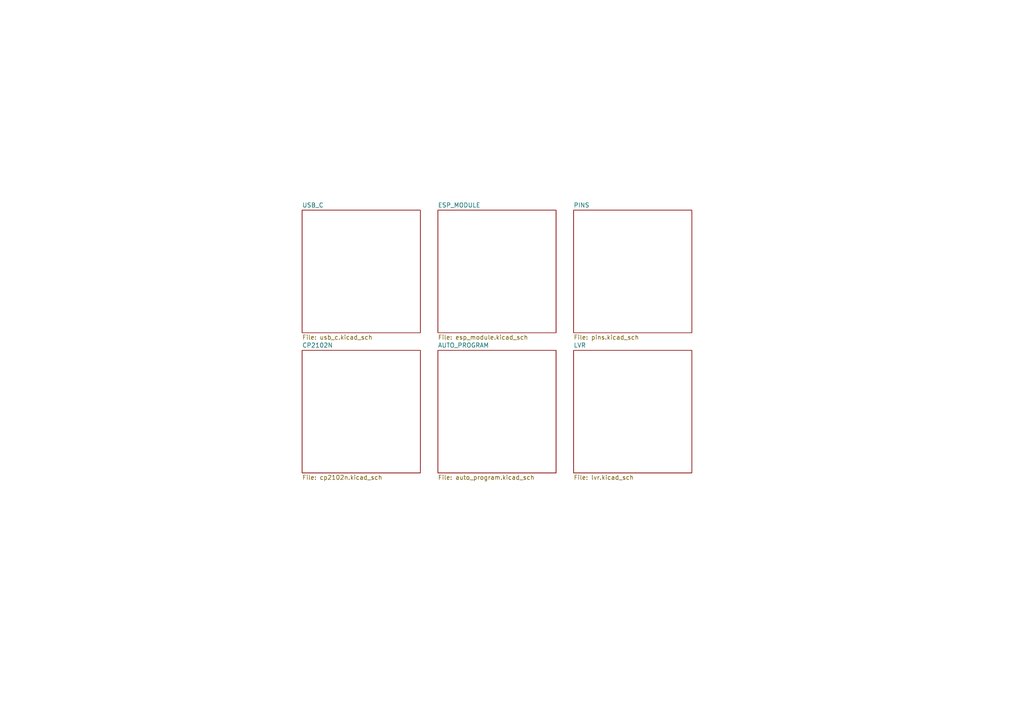
<source format=kicad_sch>
(kicad_sch
	(version 20231120)
	(generator "eeschema")
	(generator_version "8.0")
	(uuid "91ae8aec-3e61-462c-ae17-f680cfcd259d")
	(paper "A4")
	(lib_symbols)
	(sheet
		(at 87.63 101.6)
		(size 34.29 35.56)
		(fields_autoplaced yes)
		(stroke
			(width 0.1524)
			(type solid)
		)
		(fill
			(color 0 0 0 0.0000)
		)
		(uuid "04263e73-b8b3-4e0d-827c-2d667c0ab66b")
		(property "Sheetname" "CP2102N"
			(at 87.63 100.8884 0)
			(effects
				(font
					(size 1.27 1.27)
				)
				(justify left bottom)
			)
		)
		(property "Sheetfile" "cp2102n.kicad_sch"
			(at 87.63 137.7446 0)
			(effects
				(font
					(size 1.27 1.27)
				)
				(justify left top)
			)
		)
		(instances
			(project "esp32devboard"
				(path "/91ae8aec-3e61-462c-ae17-f680cfcd259d"
					(page "2")
				)
			)
		)
	)
	(sheet
		(at 127 101.6)
		(size 34.29 35.56)
		(fields_autoplaced yes)
		(stroke
			(width 0.1524)
			(type solid)
		)
		(fill
			(color 0 0 0 0.0000)
		)
		(uuid "218a4751-8dbe-492e-8fde-3065e8f8ed17")
		(property "Sheetname" "AUTO_PROGRAM"
			(at 127 100.8884 0)
			(effects
				(font
					(size 1.27 1.27)
				)
				(justify left bottom)
			)
		)
		(property "Sheetfile" "auto_program.kicad_sch"
			(at 127 137.7446 0)
			(effects
				(font
					(size 1.27 1.27)
				)
				(justify left top)
			)
		)
		(instances
			(project "esp32devboard"
				(path "/91ae8aec-3e61-462c-ae17-f680cfcd259d"
					(page "7")
				)
			)
		)
	)
	(sheet
		(at 166.37 60.96)
		(size 34.29 35.56)
		(fields_autoplaced yes)
		(stroke
			(width 0.1524)
			(type solid)
		)
		(fill
			(color 0 0 0 0.0000)
		)
		(uuid "5955d98b-83c2-452f-b8a0-5b4887e5999b")
		(property "Sheetname" "PINS"
			(at 166.37 60.2484 0)
			(effects
				(font
					(size 1.27 1.27)
				)
				(justify left bottom)
			)
		)
		(property "Sheetfile" "pins.kicad_sch"
			(at 166.37 97.1046 0)
			(effects
				(font
					(size 1.27 1.27)
				)
				(justify left top)
			)
		)
		(instances
			(project "esp32devboard"
				(path "/91ae8aec-3e61-462c-ae17-f680cfcd259d"
					(page "6")
				)
			)
		)
	)
	(sheet
		(at 87.63 60.96)
		(size 34.29 35.56)
		(fields_autoplaced yes)
		(stroke
			(width 0.1524)
			(type solid)
		)
		(fill
			(color 0 0 0 0.0000)
		)
		(uuid "6df15ec6-5f5d-4382-b504-c50b128eb39f")
		(property "Sheetname" "USB_C"
			(at 87.63 60.2484 0)
			(effects
				(font
					(size 1.27 1.27)
				)
				(justify left bottom)
			)
		)
		(property "Sheetfile" "usb_c.kicad_sch"
			(at 87.63 97.1046 0)
			(effects
				(font
					(size 1.27 1.27)
				)
				(justify left top)
			)
		)
		(instances
			(project "esp32devboard"
				(path "/91ae8aec-3e61-462c-ae17-f680cfcd259d"
					(page "3")
				)
			)
		)
	)
	(sheet
		(at 127 60.96)
		(size 34.29 35.56)
		(fields_autoplaced yes)
		(stroke
			(width 0.1524)
			(type solid)
		)
		(fill
			(color 0 0 0 0.0000)
		)
		(uuid "872b113f-8b8f-4e83-b73b-13d5a145e2d3")
		(property "Sheetname" "ESP_MODULE"
			(at 127 60.2484 0)
			(effects
				(font
					(size 1.27 1.27)
				)
				(justify left bottom)
			)
		)
		(property "Sheetfile" "esp_module.kicad_sch"
			(at 127 97.1046 0)
			(effects
				(font
					(size 1.27 1.27)
				)
				(justify left top)
			)
		)
		(instances
			(project "esp32devboard"
				(path "/91ae8aec-3e61-462c-ae17-f680cfcd259d"
					(page "5")
				)
			)
		)
	)
	(sheet
		(at 166.37 101.6)
		(size 34.29 35.56)
		(fields_autoplaced yes)
		(stroke
			(width 0.1524)
			(type solid)
		)
		(fill
			(color 0 0 0 0.0000)
		)
		(uuid "dec78ca7-f143-41fc-9999-c78a0e03167f")
		(property "Sheetname" "LVR"
			(at 166.37 100.8884 0)
			(effects
				(font
					(size 1.27 1.27)
				)
				(justify left bottom)
			)
		)
		(property "Sheetfile" "lvr.kicad_sch"
			(at 166.37 137.7446 0)
			(effects
				(font
					(size 1.27 1.27)
				)
				(justify left top)
			)
		)
		(instances
			(project "esp32devboard"
				(path "/91ae8aec-3e61-462c-ae17-f680cfcd259d"
					(page "4")
				)
			)
		)
	)
	(sheet_instances
		(path "/"
			(page "1")
		)
	)
)

</source>
